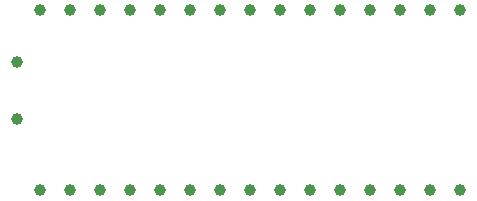
<source format=gbr>
%TF.GenerationSoftware,KiCad,Pcbnew,8.0.0*%
%TF.CreationDate,2024-09-29T18:34:18+03:00*%
%TF.ProjectId,diploma_pcb,6469706c-6f6d-4615-9f70-63622e6b6963,rev?*%
%TF.SameCoordinates,Original*%
%TF.FileFunction,Plated,1,2,PTH,Drill*%
%TF.FilePolarity,Positive*%
%FSLAX46Y46*%
G04 Gerber Fmt 4.6, Leading zero omitted, Abs format (unit mm)*
G04 Created by KiCad (PCBNEW 8.0.0) date 2024-09-29 18:34:18*
%MOMM*%
%LPD*%
G01*
G04 APERTURE LIST*
%TA.AperFunction,ComponentDrill*%
%ADD10C,1.000000*%
%TD*%
G04 APERTURE END LIST*
D10*
%TO.C,+9V1*%
X30500000Y-59000000D03*
%TO.C,J3*%
X30500000Y-63848300D03*
%TO.C,A1*%
X32450000Y-54620000D03*
X32450000Y-69860000D03*
X34990000Y-54620000D03*
X34990000Y-69860000D03*
X37530000Y-54620000D03*
X37530000Y-69860000D03*
X40070000Y-54620000D03*
X40070000Y-69860000D03*
X42610000Y-54620000D03*
X42610000Y-69860000D03*
X45150000Y-54620000D03*
X45150000Y-69860000D03*
X47690000Y-54620000D03*
X47690000Y-69860000D03*
X50230000Y-54620000D03*
X50230000Y-69860000D03*
X52770000Y-54620000D03*
X52770000Y-69860000D03*
X55310000Y-54620000D03*
X55310000Y-69860000D03*
X57850000Y-54620000D03*
X57850000Y-69860000D03*
X60390000Y-54620000D03*
X60390000Y-69860000D03*
X62930000Y-54620000D03*
X62930000Y-69860000D03*
X65470000Y-54620000D03*
X65470000Y-69860000D03*
X68010000Y-54620000D03*
X68010000Y-69860000D03*
M02*

</source>
